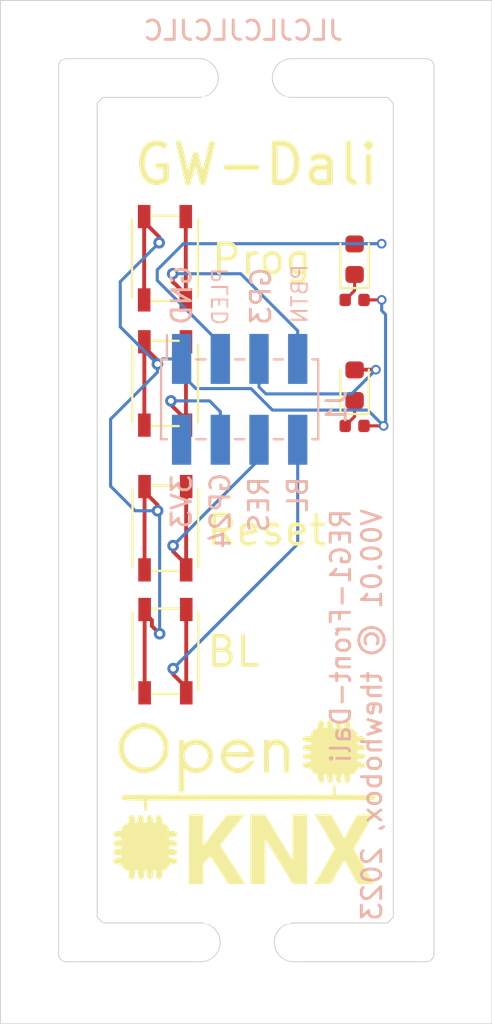
<source format=kicad_pcb>
(kicad_pcb (version 20221018) (generator pcbnew)
  (title_block (title "REG1-Front-Universal") (date "2022-10-21") (rev "V00.01"))
  (layers (0 "F.Cu" signal) (31 "B.Cu" signal) (34 "B.Paste" user) (35 "F.Paste" user) (36 "B.SilkS" user "B.Silkscreen") (37 "F.SilkS" user "F.Silkscreen") (38 "B.Mask" user) (39 "F.Mask" user) (44 "Edge.Cuts" user))
  (net 0 "")
  (net 1 "GND")
  (net 2 "+3V3")
  (net 3 "RUN")
  (net 4 "PROGLED")
  (net 5 "PROGBTN")
  (net 6 "GPIO24")
  (net 7 "GPIO03")
  (net 8 "BOOTSEL_F")
  (net 9 "Net-(D1-Pad1)")
  (net 10 "Net-(D2-Pad1)")
  (footprint "sirsydom:SW_Push_Xunpu_TS-1089S" (layer "F.Cu") (at 101.7 117.7 -90)
    (fp_text reference "SW1")
    (fp_text value "Prog")
    (fp_line (start -2.2 -0.7) (end -2.2 0.7) (stroke (width 0.12)) (layer "F.SilkS"))
    (fp_line (start -2 -1.7) (end 2 -1.7) (stroke (width 0.12)) (layer "F.SilkS"))
    (fp_line (start -2 1.7) (end 2 1.7) (stroke (width 0.12)) (layer "F.SilkS"))
    (fp_line (start 2.2 -0.7) (end 2.2 0.7) (stroke (width 0.12)) (layer "F.SilkS"))
    (pad "1" smd rect (at -2.15 -1.075 270) (size 1.2 0.65) (layers "F.Cu" "F.Paste" "F.Mask") (net 5 "PROGBTN"))
    (pad "1" smd rect (at 2.15 -1.075 270) (size 1.2 0.65) (layers "F.Cu" "F.Paste" "F.Mask") (net 5 "PROGBTN"))
    (pad "2" smd rect (at -2.15 1.075 270) (size 1.2 0.65) (layers "F.Cu" "F.Paste" "F.Mask") (net 1 "GND"))
    (pad "2" smd rect (at 2.15 1.075 270) (size 1.2 0.65) (layers "F.Cu" "F.Paste" "F.Mask") (net 1 "GND"))
  )
  (footprint "LED_SMD:LED_0603_1608Metric" (layer "F.Cu") (at 111.5 124.25 90)
    (fp_text reference "D2")
    (fp_text value "Func")
    (fp_line (start -1.485 -0.735) (end -1.485 0.735) (stroke (width 0.12)) (layer "F.SilkS"))
    (fp_line (start -1.485 0.735) (end 0.8 0.735) (stroke (width 0.12)) (layer "F.SilkS"))
    (fp_line (start 0.8 -0.735) (end -1.485 -0.735) (stroke (width 0.12)) (layer "F.SilkS"))
    (pad "1" smd roundrect (at -0.7875 0 90) (size 0.875 0.95) (layers "F.Cu" "F.Paste" "F.Mask") (net 10 "Net-(D2-Pad1)"))
    (pad "2" smd roundrect (at 0.7875 0 90) (size 0.875 0.95) (layers "F.Cu" "F.Paste" "F.Mask") (net 7 "GPIO03"))
  )
  (footprint "Resistor_SMD:R_0402_1005Metric" (layer "F.Cu") (at 111.5 119.85 180)
    (fp_text reference "R1")
    (fp_text value "R")
    (pad "1" smd roundrect (at -0.485 0 180) (size 0.59 0.64) (layers "F.Cu" "F.Paste" "F.Mask") (net 1 "GND"))
    (pad "2" smd roundrect (at 0.485 0 180) (size 0.59 0.64) (layers "F.Cu" "F.Paste" "F.Mask") (net 9 "Net-(D1-Pad1)"))
  )
  (footprint "Resistor_SMD:R_0402_1005Metric" (layer "F.Cu") (at 111.5 126.35 180)
    (fp_text reference "R2")
    (fp_text value "R")
    (pad "1" smd roundrect (at -0.485 0 180) (size 0.59 0.64) (layers "F.Cu" "F.Paste" "F.Mask") (net 1 "GND"))
    (pad "2" smd roundrect (at 0.485 0 180) (size 0.59 0.64) (layers "F.Cu" "F.Paste" "F.Mask") (net 10 "Net-(D2-Pad1)"))
  )
  (footprint "sirsydom:SW_Push_Xunpu_TS-1089S" (layer "F.Cu") (at 101.71 124.16 -90)
    (fp_text reference "SW2")
    (fp_text value "Func")
    (fp_line (start -2.2 -0.7) (end -2.2 0.7) (stroke (width 0.12)) (layer "F.SilkS"))
    (fp_line (start -2 -1.7) (end 2 -1.7) (stroke (width 0.12)) (layer "F.SilkS"))
    (fp_line (start -2 1.7) (end 2 1.7) (stroke (width 0.12)) (layer "F.SilkS"))
    (fp_line (start 2.2 -0.7) (end 2.2 0.7) (stroke (width 0.12)) (layer "F.SilkS"))
    (pad "1" smd rect (at -2.15 -1.075 270) (size 1.2 0.65) (layers "F.Cu" "F.Paste" "F.Mask") (net 6 "GPIO24"))
    (pad "1" smd rect (at 2.15 -1.075 270) (size 1.2 0.65) (layers "F.Cu" "F.Paste" "F.Mask") (net 6 "GPIO24"))
    (pad "2" smd rect (at -2.15 1.075 270) (size 1.2 0.65) (layers "F.Cu" "F.Paste" "F.Mask") (net 1 "GND"))
    (pad "2" smd rect (at 2.15 1.075 270) (size 1.2 0.65) (layers "F.Cu" "F.Paste" "F.Mask") (net 1 "GND"))
  )
  (footprint "sirsydom:SW_Push_Xunpu_TS-1089S" (layer "F.Cu") (at 101.72 131.63 -90)
    (fp_text reference "SW3")
    (fp_text value "Res")
    (fp_line (start -2.2 -0.7) (end -2.2 0.7) (stroke (width 0.12)) (layer "F.SilkS"))
    (fp_line (start -2 -1.7) (end 2 -1.7) (stroke (width 0.12)) (layer "F.SilkS"))
    (fp_line (start -2 1.7) (end 2 1.7) (stroke (width 0.12)) (layer "F.SilkS"))
    (fp_line (start 2.2 -0.7) (end 2.2 0.7) (stroke (width 0.12)) (layer "F.SilkS"))
    (pad "1" smd rect (at -2.15 -1.075 270) (size 1.2 0.65) (layers "F.Cu" "F.Paste" "F.Mask") (net 3 "RUN"))
    (pad "1" smd rect (at 2.15 -1.075 270) (size 1.2 0.65) (layers "F.Cu" "F.Paste" "F.Mask") (net 3 "RUN"))
    (pad "2" smd rect (at -2.15 1.075 270) (size 1.2 0.65) (layers "F.Cu" "F.Paste" "F.Mask") (net 1 "GND"))
    (pad "2" smd rect (at 2.15 1.075 270) (size 1.2 0.65) (layers "F.Cu" "F.Paste" "F.Mask") (net 1 "GND"))
  )
  (footprint "sirsydom:SW_Push_Xunpu_TS-1089S" (layer "F.Cu") (at 101.725 137.975 -90)
    (fp_text reference "SW4")
    (fp_text value "BL")
    (fp_line (start -2.2 -0.7) (end -2.2 0.7) (stroke (width 0.12)) (layer "F.SilkS"))
    (fp_line (start -2 -1.7) (end 2 -1.7) (stroke (width 0.12)) (layer "F.SilkS"))
    (fp_line (start -2 1.7) (end 2 1.7) (stroke (width 0.12)) (layer "F.SilkS"))
    (fp_line (start 2.2 -0.7) (end 2.2 0.7) (stroke (width 0.12)) (layer "F.SilkS"))
    (pad "1" smd rect (at -2.15 -1.075 270) (size 1.2 0.65) (layers "F.Cu" "F.Paste" "F.Mask") (net 8 "BOOTSEL_F"))
    (pad "1" smd rect (at 2.15 -1.075 270) (size 1.2 0.65) (layers "F.Cu" "F.Paste" "F.Mask") (net 8 "BOOTSEL_F"))
    (pad "2" smd rect (at -2.15 1.075 270) (size 1.2 0.65) (layers "F.Cu" "F.Paste" "F.Mask") (net 1 "GND"))
    (pad "2" smd rect (at 2.15 1.075 270) (size 1.2 0.65) (layers "F.Cu" "F.Paste" "F.Mask") (net 1 "GND"))
  )
  (footprint "LED_SMD:LED_0603_1608Metric" (layer "F.Cu") (at 111.5 117.75 90)
    (fp_text reference "D1")
    (fp_text value "Prog")
    (fp_line (start -1.485 -0.735) (end -1.485 0.735) (stroke (width 0.12)) (layer "F.SilkS"))
    (fp_line (start -1.485 0.735) (end 0.8 0.735) (stroke (width 0.12)) (layer "F.SilkS"))
    (fp_line (start 0.8 -0.735) (end -1.485 -0.735) (stroke (width 0.12)) (layer "F.SilkS"))
    (pad "1" smd roundrect (at -0.7875 0 90) (size 0.875 0.95) (layers "F.Cu" "F.Paste" "F.Mask") (net 9 "Net-(D1-Pad1)"))
    (pad "2" smd roundrect (at 0.7875 0 90) (size 0.875 0.95) (layers "F.Cu" "F.Paste" "F.Mask") (net 4 "PROGLED"))
  )
  (footprint "OpenKNX:OpenKNX_Logo_14x09" (layer "F.Cu") (at 105.8 146.4)
    (fp_text reference "G***" hide)
    (fp_text value "LOGO" hide)
    (fp_poly (pts (xy 1.77839 1.173301) (xy 2.492375 2.346603) (xy 2.500698 1.173301) (xy 2.509022 0) (xy 3.2385 0) (xy 3.2385 3.589765) (xy 2.866609 3.58082) (xy 2.494719 3.571875) (xy 1.095375 1.277711) (xy 1.087046 2.43273) (xy 1.078717 3.58775) (xy 0.3175 3.58775) (xy 0.3175 0) (xy 1.064405 0) (xy 1.77839 1.173301)) (stroke (width 0.01)) (fill solid) (layer "F.SilkS"))
    (fp_poly (pts (xy 1.735464 -3.86646) (xy 1.92589 -3.822647) (xy 2.0822 -3.725377) (xy 2.204987 -3.57424) (xy 2.234472 -3.520149) (xy 2.263618 -3.459306) (xy 2.285027 -3.403584) (xy 2.29989 -3.342042) (xy 2.3094 -3.26374) (xy 2.31475 -3.157737) (xy 2.317131 -3.013093) (xy 2.317736 -2.818865) (xy 2.31775 -2.756017) (xy 2.31775 -2.159) (xy 2.06375 -2.159) (xy 2.063572 -2.690813) (xy 2.061586 -2.929834) (xy 2.054733 -3.114695) (xy 2.041406 -3.254654) (xy 2.019996 -3.358965) (xy 1.988895 -3.436887) (xy 1.946496 -3.497675) (xy 1.918365 -3.526608) (xy 1.819605 -3.582632) (xy 1.692352 -3.607083) (xy 1.561563 -3.599274) (xy 1.452197 -3.558517) (xy 1.427701 -3.540125) (xy 1.374295 -3.485135) (xy 1.334252 -3.421997) (xy 1.305731 -3.341096) (xy 1.286894 -3.232812) (xy 1.2759 -3.087527) (xy 1.270909 -2.895623) (xy 1.27 -2.715645) (xy 1.27 -2.159) (xy 1.016 -2.159) (xy 1.016 -3.84175) (xy 1.143 -3.84175) (xy 1.229742 -3.834568) (xy 1.266504 -3.809795) (xy 1.27 -3.79148) (xy 1.28175 -3.754231) (xy 1.293812 -3.753466) (xy 1.44261 -3.822868) (xy 1.563401 -3.859579) (xy 1.678709 -3.869362) (xy 1.735464 -3.86646)) (stroke (width 0.01)) (fill solid) (layer "F.SilkS"))
    (fp_poly (pts (xy -2.111375 1.60184) (xy -1.985555 1.427982) (xy -1.894002 1.303512) (xy -1.782885 1.155661) (xy -1.658093 0.991942) (xy -1.525518 0.819866) (xy -1.391052 0.646948) (xy -1.260585 0.480699) (xy -1.140009 0.328632) (xy -1.035216 0.198259) (xy -0.952096 0.097094) (xy -0.89654 0.032648) (xy -0.875464 0.012378) (xy -0.831242 0.007704) (xy -0.736606 0.005036) (xy -0.604612 0.004526) (xy -0.448319 0.006331) (xy -0.41582 0.006971) (xy 0.006532 0.015875) (xy -0.603679 0.777875) (xy -0.755917 0.96862) (xy -0.895294 1.144475) (xy -1.016824 1.299054) (xy -1.115526 1.425973) (xy -1.186416 1.518846) (xy -1.224509 1.57129) (xy -1.229501 1.579651) (xy -1.216167 1.614386) (xy -1.171348 1.695761) (xy -1.098842 1.817618) (xy -1.00245 1.973803) (xy -0.88597 2.158159) (xy -0.753202 2.364532) (xy -0.607946 2.586766) (xy -0.606681 2.588686) (xy -0.461086 2.810121) (xy -0.327153 3.014577) (xy -0.208763 3.196072) (xy -0.109797 3.348623) (xy -0.034136 3.466247) (xy 0.014338 3.542961) (xy 0.031745 3.572782) (xy 0.03175 3.572848) (xy 0.001927 3.578291) (xy -0.079834 3.582843) (xy -0.201973 3.586103) (xy -0.352932 3.587669) (xy -0.397528 3.58775) (xy -0.826805 3.58775) (xy -1.046046 3.246437) (xy -1.152919 3.080087) (xy -1.277938 2.885537) (xy -1.404902 2.687997) (xy -1.50899 2.526083) (xy -1.752694 2.147041) (xy -2.124488 2.555875) (xy -2.125869 3.071812) (xy -2.12725 3.58775) (xy -2.8575 3.58775) (xy -2.8575 0) (xy -2.128341 0) (xy -2.111375 1.60184)) (stroke (width 0.01)) (fill solid) (layer "F.SilkS"))
    (fp_poly (pts (xy -2.198621 -3.829856) (xy -2.004309 -3.733122) (xy -1.836463 -3.588729) (xy -1.704548 -3.400379) (xy -1.674901 -3.339274) (xy -1.634775 -3.192296) (xy -1.622609 -3.014265) (xy -1.637582 -2.830731) (xy -1.678873 -2.667244) (xy -1.697942 -2.622442) (xy -1.822479 -2.433399) (xy -1.985456 -2.287936) (xy -2.176608 -2.188893) (xy -2.385668 -2.139109) (xy -2.60237 -2.141423) (xy -2.816448 -2.198673) (xy -2.960007 -2.273445) (xy -3.035168 -2.319542) (xy -3.085811 -2.346558) (xy -3.094945 -2.3495) (xy -3.1001 -2.319376) (xy -3.104601 -2.235505) (xy -3.108179 -2.107638) (xy -3.110567 -1.945526) (xy -3.111497 -1.758922) (xy -3.1115 -1.74625) (xy -3.1115 -1.143) (xy -3.3655 -1.143) (xy -3.3655 -2.965573) (xy -3.096878 -2.965573) (xy -3.057985 -2.790359) (xy -2.9685 -2.633717) (xy -2.834841 -2.506473) (xy -2.663424 -2.419455) (xy -2.642742 -2.412864) (xy -2.51931 -2.387218) (xy -2.400827 -2.393491) (xy -2.308945 -2.41491) (xy -2.14952 -2.489021) (xy -2.022645 -2.606194) (xy -1.932563 -2.753883) (xy -1.883518 -2.919543) (xy -1.879756 -3.090628) (xy -1.92552 -3.254592) (xy -1.989613 -3.358813) (xy -2.133421 -3.496303) (xy -2.295988 -3.580573) (xy -2.467108 -3.613593) (xy -2.636577 -3.597333) (xy -2.79419 -3.533763) (xy -2.929742 -3.424855) (xy -3.033028 -3.272578) (xy -3.078763 -3.148531) (xy -3.096878 -2.965573) (xy -3.3655 -2.965573) (xy -3.3655 -3.84175) (xy -3.2385 -3.84175) (xy -3.157067 -3.837989) (xy -3.120867 -3.817606) (xy -3.111701 -3.766954) (xy -3.1115 -3.7465) (xy -3.099465 -3.674008) (xy -3.06942 -3.651499) (xy -3.030457 -3.685702) (xy -3.030109 -3.686264) (xy -2.991008 -3.71822) (xy -2.913165 -3.763523) (xy -2.845672 -3.797078) (xy -2.62877 -3.865536) (xy -2.40993 -3.875228) (xy -2.198621 -3.829856)) (stroke (width 0.01)) (fill solid) (layer "F.SilkS"))
    (fp_poly (pts (xy -0.109061 -3.841617) (xy 0.080832 -3.763404) (xy 0.247788 -3.646503) (xy 0.382431 -3.496124) (xy 0.475384 -3.317482) (xy 0.517271 -3.115788) (xy 0.517991 -3.102279) (xy 0.523875 -2.968625) (xy -0.218163 -2.960093) (xy -0.9602 -2.951561) (xy -0.939707 -2.849097) (xy -0.893074 -2.73288) (xy -0.807326 -2.611172) (xy -0.700174 -2.506819) (xy -0.644752 -2.468666) (xy -0.551955 -2.429053) (xy -0.437339 -2.398667) (xy -0.405397 -2.393371) (xy -0.251921 -2.398222) (xy -0.093974 -2.445942) (xy 0.0473 -2.52699) (xy 0.150758 -2.631824) (xy 0.161933 -2.649391) (xy 0.211645 -2.72144) (xy 0.264888 -2.753938) (xy 0.349374 -2.762165) (xy 0.366609 -2.76225) (xy 0.504696 -2.76225) (xy 0.468727 -2.659063) (xy 0.407795 -2.549018) (xy 0.306144 -2.429302) (xy 0.181087 -2.316021) (xy 0.049935 -2.225286) (xy -0.045613 -2.180473) (xy -0.250912 -2.13594) (xy -0.4567 -2.136816) (xy -0.606988 -2.171084) (xy -0.830093 -2.279175) (xy -1.002613 -2.425034) (xy -1.123272 -2.606882) (xy -1.190797 -2.822942) (xy -1.205803 -3.007293) (xy -1.181449 -3.20675) (xy -0.922381 -3.20675) (xy -0.350066 -3.20675) (xy -0.167366 -3.208172) (xy -0.008788 -3.212123) (xy 0.115658 -3.218128) (xy 0.19596 -3.225716) (xy 0.22225 -3.233805) (xy 0.198138 -3.299458) (xy 0.135991 -3.38275) (xy 0.051089 -3.466831) (xy -0.041289 -3.534848) (xy -0.060557 -3.545698) (xy -0.236843 -3.605524) (xy -0.418206 -3.609055) (xy -0.591487 -3.560347) (xy -0.743526 -3.463457) (xy -0.861167 -3.322439) (xy -0.876958 -3.294063) (xy -0.922381 -3.20675) (xy -1.181449 -3.20675) (xy -1.176635 -3.246173) (xy -1.092155 -3.455055) (xy -0.954441 -3.630564) (xy -0.765572 -3.769324) (xy -0.722602 -3.79199) (xy -0.520154 -3.861122) (xy -0.312515 -3.875927) (xy -0.109061 -3.841617)) (stroke (width 0.01)) (fill solid) (layer "F.SilkS"))
    (fp_poly (pts (xy -5.021791 -4.714776) (xy -4.786603 -4.663415) (xy -4.563189 -4.56677) (xy -4.358602 -4.42374) (xy -4.179896 -4.233225) (xy -4.040897 -4.008011) (xy -3.987217 -3.896278) (xy -3.952566 -3.809027) (xy -3.932788 -3.726159) (xy -3.923726 -3.627578) (xy -3.921222 -3.493186) (xy -3.921125 -3.429001) (xy -3.922234 -3.275865) (xy -3.928332 -3.166126) (xy -3.943576 -3.079688) (xy -3.972124 -2.996453) (xy -4.018133 -2.896323) (xy -4.040897 -2.84999) (xy -4.192459 -2.611231) (xy -4.385575 -2.415999) (xy -4.61233 -2.268011) (xy -4.864807 -2.170984) (xy -5.135088 -2.128636) (xy -5.415259 -2.144684) (xy -5.504887 -2.162566) (xy -5.752827 -2.251708) (xy -5.975019 -2.39167) (xy -6.165535 -2.573553) (xy -6.318445 -2.788455) (xy -6.427821 -3.027476) (xy -6.487733 -3.281717) (xy -6.49159 -3.504081) (xy -6.222168 -3.504081) (xy -6.212267 -3.270536) (xy -6.158442 -3.068334) (xy -6.048445 -2.858463) (xy -5.891986 -2.678273) (xy -5.700626 -2.537101) (xy -5.485929 -2.444286) (xy -5.350193 -2.415625) (xy -5.177594 -2.408785) (xy -4.995695 -2.426422) (xy -4.83164 -2.464835) (xy -4.751078 -2.497316) (xy -4.54698 -2.633158) (xy -4.381843 -2.808519) (xy -4.260404 -3.0131) (xy -4.187401 -3.236602) (xy -4.167573 -3.468724) (xy -4.202731 -3.689316) (xy -4.29505 -3.910447) (xy -4.431318 -4.106374) (xy -4.601212 -4.26631) (xy -4.794405 -4.37947) (xy -4.897827 -4.415493) (xy -5.145083 -4.453104) (xy -5.380723 -4.434882) (xy -5.598881 -4.367097) (xy -5.793693 -4.256015) (xy -5.959293 -4.107904) (xy -6.089816 -3.929033) (xy -6.179396 -3.725669) (xy -6.222168 -3.504081) (xy -6.49159 -3.504081) (xy -6.492253 -3.542276) (xy -6.4807 -3.627438) (xy -6.405256 -3.898746) (xy -6.285156 -4.133572) (xy -6.127454 -4.330815) (xy -5.939204 -4.489374) (xy -5.727458 -4.60815) (xy -5.499272 -4.686043) (xy -5.261698 -4.721951) (xy -5.021791 -4.714776)) (stroke (width 0.01)) (fill solid) (layer "F.SilkS"))
    (fp_poly (pts (xy 4.683709 -1.502078) (xy 4.703764 -1.475341) (xy 4.715352 -1.415021) (xy 4.722286 -1.308226) (xy 4.724148 -1.262063) (xy 4.733421 -1.016) (xy 5.709985 -1.016) (xy 6.00975 -1.015255) (xy 6.250526 -1.012906) (xy 6.43681 -1.008785) (xy 6.573097 -1.002723) (xy 6.663883 -0.994551) (xy 6.713664 -0.9841) (xy 6.724649 -0.977901) (xy 6.758697 -0.905368) (xy 6.753628 -0.819315) (xy 6.724649 -0.76835) (xy 6.7059 -0.763456) (xy 6.658424 -0.758962) (xy 6.580086 -0.754856) (xy 6.468747 -0.751122) (xy 6.322272 -0.747748) (xy 6.138521 -0.74472) (xy 5.91536 -0.742023) (xy 5.650649 -0.739644) (xy 5.342252 -0.737569) (xy 4.988031 -0.735785) (xy 4.58585 -0.734276) (xy 4.133571 -0.733031) (xy 3.629057 -0.732034) (xy 3.070171 -0.731272) (xy 2.454775 -0.730731) (xy 1.780733 -0.730397) (xy 1.045906 -0.730257) (xy 0.836261 -0.73025) (xy -5.014028 -0.73025) (xy -5.023202 -0.452438) (xy -5.028755 -0.318741) (xy -5.036977 -0.235758) (xy -5.051391 -0.190708) (xy -5.075522 -0.170811) (xy -5.102547 -0.164646) (xy -5.136167 -0.163356) (xy -5.15747 -0.179024) (xy -5.169938 -0.22349) (xy -5.177056 -0.308595) (xy -5.181922 -0.434521) (xy -5.191125 -0.714375) (xy -5.728578 -0.723106) (xy -5.939877 -0.72859) (xy -6.109864 -0.737241) (xy -6.231855 -0.748557) (xy -6.299166 -0.762036) (xy -6.308016 -0.766681) (xy -6.344161 -0.832112) (xy -6.3439 -0.915613) (xy -6.311901 -0.9779) (xy -6.292888 -0.982979) (xy -6.244972 -0.987625) (xy -6.165937 -0.991855) (xy -6.053564 -0.995683) (xy -5.905638 -0.999126) (xy -5.71994 -1.002199) (xy -5.494256 -1.004917) (xy -5.226367 -1.007295) (xy -4.914057 -1.00935) (xy -4.55511 -1.011096) (xy -4.147308 -1.012549) (xy -3.688434 -1.013726) (xy -3.176271 -1.01464) (xy -2.608604 -1.015307) (xy -1.983215 -1.015744) (xy -1.297887 -1.015965) (xy -0.852236 -1.016) (xy 4.569328 -1.016) (xy 4.578601 -1.262063) (xy 4.584851 -1.386478) (xy 4.594532 -1.460286) (xy 4.611459 -1.496381) (xy 4.639444 -1.507654) (xy 4.651375 -1.508125) (xy 4.683709 -1.502078)) (stroke (width 0.01)) (fill solid) (layer "F.SilkS"))
    (fp_poly (pts (xy 4.06892 0.000107) (xy 4.492625 0.000214) (xy 4.829873 0.620964) (xy 5.167122 1.241713) (xy 5.49888 0.628794) (xy 5.830639 0.015875) (xy 6.249069 0.007015) (xy 6.403708 0.005141) (xy 6.532543 0.006245) (xy 6.623872 0.010026) (xy 6.665997 0.016182) (xy 6.6675 0.017817) (xy 6.651994 0.049007) (xy 6.608042 0.12818) (xy 6.539489 0.248645) (xy 6.450179 0.403709) (xy 6.343959 0.586681) (xy 6.224674 0.790869) (xy 6.157294 0.905704) (xy 6.013329 1.151621) (xy 5.899301 1.348951) (xy 5.812278 1.503437) (xy 5.749323 1.620821) (xy 5.707504 1.706846) (xy 5.683886 1.767253) (xy 5.675535 1.807787) (xy 5.679516 1.834189) (xy 5.681149 1.837575) (xy 5.705481 1.880188) (xy 5.757911 1.970086) (xy 5.834132 2.099948) (xy 5.929835 2.262451) (xy 6.040711 2.450272) (xy 6.162453 2.656089) (xy 6.20723 2.731694) (xy 6.329848 2.939063) (xy 6.44131 3.128345) (xy 6.537672 3.292778) (xy 6.61499 3.425602) (xy 6.66932 3.520058) (xy 6.696716 3.569384) (xy 6.69925 3.574959) (xy 6.669445 3.579671) (xy 6.587808 3.583601) (xy 6.466007 3.586395) (xy 6.315708 3.587698) (xy 6.277817 3.58775) (xy 5.856384 3.58775) (xy 5.539629 3.011557) (xy 5.442626 2.835769) (xy 5.35451 2.677341) (xy 5.28037 2.54532) (xy 5.225294 2.448755) (xy 5.194369 2.396692) (xy 5.191111 2.391831) (xy 5.172294 2.391101) (xy 5.138566 2.42564) (xy 5.087045 2.499879) (xy 5.014852 2.618249) (xy 4.919105 2.785182) (xy 4.82173 2.960086) (xy 4.484111 3.571875) (xy 4.047549 3.580736) (xy 3.610986 3.589597) (xy 3.657716 3.517236) (xy 3.712456 3.429808) (xy 3.788057 3.305288) (xy 3.879851 3.15171) (xy 3.983171 2.977107) (xy 4.093348 2.789512) (xy 4.205716 2.596959) (xy 4.315606 2.407482) (xy 4.418351 2.229113) (xy 4.509283 2.069886) (xy 4.583734 1.937835) (xy 4.637038 1.840992) (xy 4.664525 1.787392) (xy 4.66725 1.77975) (xy 4.651721 1.74321) (xy 4.607972 1.65972) (xy 4.540261 1.536896) (xy 4.452842 1.382356) (xy 4.349973 1.203715) (xy 4.24366 1.021759) (xy 4.124752 0.819524) (xy 4.011822 0.627301) (xy 3.91031 0.454363) (xy 3.825661 0.309987) (xy 3.763315 0.203449) (xy 3.732643 0.150812) (xy 3.645216 0) (xy 4.06892 0.000107)) (stroke (width 0.01)) (fill solid) (layer "F.SilkS"))
    (fp_poly (pts (xy 4.949752 -4.839949) (xy 4.995248 -4.781142) (xy 5.014848 -4.673224) (xy 5.0165 -4.613275) (xy 5.018746 -4.515553) (xy 5.030457 -4.465489) (xy 5.059091 -4.447273) (xy 5.095875 -4.445) (xy 5.144594 -4.450809) (xy 5.167848 -4.479507) (xy 5.174895 -4.548001) (xy 5.17525 -4.589963) (xy 5.188857 -4.732882) (xy 5.228735 -4.823067) (xy 5.293464 -4.85749) (xy 5.30077 -4.85775) (xy 5.385594 -4.849282) (xy 5.434337 -4.81526) (xy 5.456339 -4.742763) (xy 5.461 -4.636072) (xy 5.462661 -4.532802) (xy 5.473306 -4.476036) (xy 5.501424 -4.448781) (xy 5.555508 -4.434043) (xy 5.562661 -4.432606) (xy 5.694143 -4.37638) (xy 5.787895 -4.273947) (xy 5.830782 -4.153152) (xy 5.850115 -4.03225) (xy 6.014332 -4.03225) (xy 6.143447 -4.021449) (xy 6.220201 -3.985918) (xy 6.25249 -3.920964) (xy 6.25475 -3.889375) (xy 6.236948 -3.813248) (xy 6.178141 -3.767752) (xy 6.070223 -3.748152) (xy 6.010275 -3.7465) (xy 5.912552 -3.744254) (xy 5.862488 -3.732543) (xy 5.844272 -3.703909) (xy 5.842 -3.667125) (xy 5.847808 -3.618406) (xy 5.876506 -3.595152) (xy 5.945 -3.588105) (xy 5.986962 -3.58775) (xy 6.131581 -3.574) (xy 6.220224 -3.53228) (xy 6.254263 -3.461883) (xy 6.25475 -3.450108) (xy 6.238035 -3.371684) (xy 6.182084 -3.324785) (xy 6.07819 -3.304137) (xy 6.010275 -3.302) (xy 5.912552 -3.299754) (xy 5.862488 -3.288043) (xy 5.844272 -3.259409) (xy 5.842 -3.222625) (xy 5.846762 -3.17653) (xy 5.87159 -3.152915) (xy 5.932294 -3.144322) (xy 6.010275 -3.14325) (xy 6.140537 -3.132847) (xy 6.218386 -3.098479) (xy 6.251924 -3.035411) (xy 6.25475 -3.000376) (xy 6.236948 -2.924248) (xy 6.178141 -2.878752) (xy 6.070223 -2.859152) (xy 6.010275 -2.8575) (xy 5.912427 -2.855108) (xy 5.862291 -2.843225) (xy 5.844125 -2.814795) (xy 5.842 -2.782057) (xy 5.848007 -2.738453) (xy 5.87618 -2.713504) (xy 5.941748 -2.699476) (xy 6.019547 -2.69189) (xy 6.143859 -2.672924) (xy 6.216683 -2.635944) (xy 6.249296 -2.572563) (xy 6.254263 -2.517305) (xy 6.227032 -2.443314) (xy 6.143836 -2.398072) (xy 6.004251 -2.381362) (xy 5.989101 -2.38125) (xy 5.897041 -2.376142) (xy 5.848688 -2.355211) (xy 5.824687 -2.310052) (xy 5.824615 -2.309813) (xy 5.759138 -2.192776) (xy 5.653262 -2.107371) (xy 5.567047 -2.076578) (xy 5.507159 -2.062604) (xy 5.475544 -2.038201) (xy 5.463169 -1.986289) (xy 5.461003 -1.889789) (xy 5.461 -1.876067) (xy 5.450985 -1.740105) (xy 5.418555 -1.657772) (xy 5.360132 -1.622058) (xy 5.329917 -1.61925) (xy 5.247097 -1.646828) (xy 5.19565 -1.729577) (xy 5.175561 -1.867523) (xy 5.17525 -1.891393) (xy 5.173125 -1.990592) (xy 5.161952 -2.041951) (xy 5.13453 -2.061107) (xy 5.095875 -2.06375) (xy 5.051315 -2.059529) (xy 5.027588 -2.036761) (xy 5.01816 -1.980293) (xy 5.0165 -1.8796) (xy 5.00679 -1.742705) (xy 4.975244 -1.659441) (xy 4.918236 -1.622608) (xy 4.885417 -1.61925) (xy 4.802597 -1.646828) (xy 4.75115 -1.729577) (xy 4.731061 -1.867523) (xy 4.73075 -1.891393) (xy 4.728625 -1.990592) (xy 4.717452 -2.041951) (xy 4.69003 -2.061107) (xy 4.651375 -2.06375) (xy 4.607443 -2.059736) (xy 4.583691 -2.03777) (xy 4.573937 -1.982967) (xy 4.572002 -1.880441) (xy 4.572 -1.87257) (xy 4.56947 -1.764385) (xy 4.557557 -1.70153) (xy 4.529778 -1.665902) (xy 4.490159 -1.6441) (xy 4.404807 -1.621298) (xy 4.346075 -1.646886) (xy 4.310114 -1.725244) (xy 4.293073 -1.860747) (xy 4.292672 -1.868614) (xy 4.285631 -1.975917) (xy 4.273364 -2.034417) (xy 4.249298 -2.0588) (xy 4.206865 -2.063749) (xy 4.205359 -2.06375) (xy 4.160267 -2.058832) (xy 4.137078 -2.033592) (xy 4.128577 -1.972306) (xy 4.1275 -1.894046) (xy 4.119296 -1.773318) (xy 4.091813 -1.697804) (xy 4.069437 -1.671796) (xy 3.985378 -1.624093) (xy 3.909166 -1.639251) (xy 3.859425 -1.689815) (xy 3.82851 -1.765945) (xy 3.811328 -1.871032) (xy 3.81 -1.907039) (xy 3.806857 -1.997512) (xy 3.787771 -2.046051) (xy 3.738249 -2.074207) (xy 3.686504 -2.090699) (xy 3.578418 -2.145168) (xy 3.497949 -2.227133) (xy 3.461428 -2.319104) (xy 3.46075 -2.332508) (xy 3.444814 -2.36296) (xy 3.388735 -2.377901) (xy 3.302 -2.38125) (xy 3.178309 -2.397445) (xy 3.080967 -2.440626) (xy 3.02456 -2.502688) (xy 3.01625 -2.54) (xy 3.045425 -2.608939) (xy 3.123444 -2.662941) (xy 3.236044 -2.694144) (xy 3.304208 -2.69875) (xy 3.398814 -2.701181) (xy 3.444909 -2.713189) (xy 3.457433 -2.741853) (xy 3.45502 -2.770188) (xy 3.441986 -2.811293) (xy 3.407162 -2.834473) (xy 3.334689 -2.8464) (xy 3.262585 -2.851139) (xy 3.15028 -2.861929) (xy 3.084359 -2.8834) (xy 3.047896 -2.921301) (xy 3.046016 -2.924706) (xy 3.029651 -2.990474) (xy 3.06044 -3.063067) (xy 3.06235 -3.066005) (xy 3.101391 -3.111614) (xy 3.154774 -3.13487) (xy 3.243117 -3.142796) (xy 3.289065 -3.14325) (xy 3.389261 -3.145263) (xy 3.44043 -3.155444) (xy 3.457015 -3.180013) (xy 3.45502 -3.214688) (xy 3.441986 -3.255793) (xy 3.407162 -3.278973) (xy 3.334689 -3.2909) (xy 3.262585 -3.295639) (xy 3.15028 -3.306429) (xy 3.084359 -3.3279) (xy 3.047896 -3.365801) (xy 3.046016 -3.369206) (xy 3.029651 -3.434974) (xy 3.06044 -3.507567) (xy 3.06235 -3.510505) (xy 3.101765 -3.556387) (xy 3.15579 -3.579623) (xy 3.245237 -3.587371) (xy 3.286856 -3.58775) (xy 3.386606 -3.589831) (xy 3.43845 -3.600811) (xy 3.45796 -3.627798) (xy 3.46075 -3.667125) (xy 3.455894 -3.713403) (xy 3.430743 -3.737077) (xy 3.369418 -3.745754) (xy 3.294062 -3.746987) (xy 3.151869 -3.759233) (xy 3.065925 -3.796792) (xy 3.033132 -3.86239) (xy 3.050389 -3.958756) (xy 3.051148 -3.960813) (xy 3.073366 -4.000963) (xy 3.113193 -4.022525) (xy 3.187591 -4.031056) (xy 3.269226 -4.03225) (xy 3.46075 -4.03225) (xy 3.46075 -4.138739) (xy 3.489786 -4.255174) (xy 3.566194 -4.355982) (xy 3.673918 -4.42245) (xy 3.713792 -4.433696) (xy 3.771805 -4.450005) (xy 3.800093 -4.48099) (xy 3.809263 -4.545585) (xy 3.81 -4.605451) (xy 3.827016 -4.740822) (xy 3.878885 -4.824091) (xy 3.96684 -4.857029) (xy 3.985775 -4.85775) (xy 4.061567 -4.832691) (xy 4.108146 -4.755702) (xy 4.126946 -4.624073) (xy 4.1275 -4.589963) (xy 4.131531 -4.499883) (xy 4.148323 -4.456957) (xy 4.184922 -4.4451) (xy 4.191 -4.445) (xy 4.229301 -4.453485) (xy 4.248272 -4.489395) (xy 4.254275 -4.568413) (xy 4.2545 -4.601483) (xy 4.270827 -4.738005) (xy 4.320948 -4.82222) (xy 4.406571 -4.85662) (xy 4.430275 -4.85775) (xy 4.506067 -4.832691) (xy 4.552646 -4.755702) (xy 4.571446 -4.624073) (xy 4.572 -4.589963) (xy 4.57518 -4.500986) (xy 4.590894 -4.458517) (xy 4.628398 -4.445648) (xy 4.651375 -4.445) (xy 4.69747 -4.449763) (xy 4.721085 -4.474591) (xy 4.729678 -4.535295) (xy 4.73075 -4.613275) (xy 4.741153 -4.743538) (xy 4.775521 -4.821387) (xy 4.838589 -4.854925) (xy 4.873625 -4.857751) (xy 4.949752 -4.839949)) (stroke (width 0.01)) (fill solid) (layer "F.SilkS"))
    (fp_poly (pts (xy -4.344835 0.040245) (xy -4.300686 0.073895) (xy -4.273887 0.144944) (xy -4.256763 0.265638) (xy -4.254835 0.28575) (xy -4.24286 0.386413) (xy -4.224926 0.440089) (xy -4.191914 0.463211) (xy -4.152453 0.470311) (xy -4.061373 0.508393) (xy -3.978171 0.587927) (xy -3.920711 0.687659) (xy -3.90525 0.764436) (xy -3.901967 0.818062) (xy -3.881552 0.845629) (xy -3.828159 0.855802) (xy -3.735546 0.85725) (xy -3.592178 0.874173) (xy -3.501564 0.92545) (xy -3.462574 1.011835) (xy -3.46075 1.041195) (xy -3.486666 1.111636) (xy -3.565999 1.155524) (xy -3.701128 1.173978) (xy -3.744413 1.17475) (xy -3.839406 1.177246) (xy -3.887084 1.190046) (xy -3.90359 1.221116) (xy -3.90525 1.254125) (xy -3.900638 1.299808) (xy -3.876376 1.32346) (xy -3.816832 1.332282) (xy -3.732893 1.3335) (xy -3.588353 1.34874) (xy -3.498399 1.394949) (xy -3.461783 1.472855) (xy -3.46075 1.49225) (xy -3.486878 1.576565) (xy -3.566092 1.629038) (xy -3.699645 1.650397) (xy -3.732893 1.651) (xy -3.833009 1.653829) (xy -3.884864 1.666033) (xy -3.903587 1.693185) (xy -3.90525 1.7145) (xy -3.895222 1.755128) (xy -3.854205 1.773863) (xy -3.770313 1.778468) (xy -3.627615 1.795229) (xy -3.524635 1.841262) (xy -3.470754 1.911848) (xy -3.466251 1.931354) (xy -3.471261 2.013212) (xy -3.518948 2.064839) (xy -3.615979 2.090571) (xy -3.718638 2.0955) (xy -3.822872 2.097263) (xy -3.87868 2.106825) (xy -3.90112 2.13059) (xy -3.90525 2.174875) (xy -3.900638 2.220558) (xy -3.876376 2.24421) (xy -3.816832 2.253032) (xy -3.732893 2.25425) (xy -3.588353 2.26949) (xy -3.498399 2.315699) (xy -3.461783 2.393605) (xy -3.46075 2.413) (xy -3.486878 2.497315) (xy -3.566092 2.549788) (xy -3.699645 2.571147) (xy -3.732893 2.57175) (xy -3.832768 2.574443) (xy -3.884501 2.586416) (xy -3.90336 2.61351) (xy -3.90525 2.637692) (xy -3.931495 2.713746) (xy -3.996734 2.793641) (xy -4.080729 2.858337) (xy -4.16324 2.888797) (xy -4.172683 2.88925) (xy -4.218075 2.893008) (xy -4.242541 2.914254) (xy -4.252533 2.967947) (xy -4.254497 3.069043) (xy -4.2545 3.079018) (xy -4.257712 3.189086) (xy -4.271647 3.255452) (xy -4.302759 3.29777) (xy -4.333875 3.320794) (xy -4.396017 3.354388) (xy -4.444877 3.348954) (xy -4.492625 3.320794) (xy -4.537784 3.283528) (xy -4.561724 3.234525) (xy -4.570898 3.154132) (xy -4.572 3.079018) (xy -4.573696 2.973692) (xy -4.58295 2.916915) (xy -4.606009 2.893748) (xy -4.649121 2.889252) (xy -4.651375 2.88925) (xy -4.69399 2.892852) (xy -4.717756 2.913208) (xy -4.728162 2.964642) (xy -4.730702 3.061476) (xy -4.73075 3.096305) (xy -4.733034 3.209989) (xy -4.743399 3.277113) (xy -4.767113 3.314558) (xy -4.806109 3.337697) (xy -4.892737 3.355107) (xy -4.948984 3.335899) (xy -4.986343 3.307228) (xy -5.006863 3.26062) (xy -5.015278 3.179157) (xy -5.0165 3.094507) (xy -5.01791 2.98394) (xy -5.025848 2.922482) (xy -5.045876 2.895748) (xy -5.083556 2.889355) (xy -5.095875 2.88925) (xy -5.141335 2.893782) (xy -5.165006 2.917741) (xy -5.17395 2.976663) (xy -5.17525 3.063875) (xy -5.182567 3.184114) (xy -5.208108 3.262359) (xy -5.23875 3.302) (xy -5.322961 3.359996) (xy -5.394903 3.358948) (xy -5.450074 3.302836) (xy -5.483972 3.195639) (xy -5.49275 3.077482) (xy -5.494479 2.972686) (xy -5.503881 2.91638) (xy -5.527279 2.893567) (xy -5.570998 2.88925) (xy -5.572125 2.88925) (xy -5.617585 2.893782) (xy -5.641256 2.917741) (xy -5.6502 2.976663) (xy -5.6515 3.063875) (xy -5.666908 3.199058) (xy -5.708249 3.297941) (xy -5.768196 3.353789) (xy -5.839427 3.35987) (xy -5.914614 3.30945) (xy -5.916455 3.307437) (xy -5.953937 3.229186) (xy -5.968654 3.099007) (xy -5.969 3.069312) (xy -5.971679 2.966324) (xy -5.983104 2.911961) (xy -6.008363 2.891452) (xy -6.031007 2.88925) (xy -6.156585 2.859418) (xy -6.258932 2.775686) (xy -6.308425 2.693681) (xy -6.343851 2.621782) (xy -6.381827 2.585737) (xy -6.444247 2.573184) (xy -6.524386 2.57175) (xy -6.6502 2.561726) (xy -6.724908 2.527136) (xy -6.758363 2.461203) (xy -6.76275 2.407767) (xy -6.742133 2.327712) (xy -6.676352 2.278318) (xy -6.55952 2.256211) (xy -6.494963 2.25425) (xy -6.405986 2.251069) (xy -6.363517 2.235355) (xy -6.350648 2.197851) (xy -6.35 2.174875) (xy -6.355262 2.127477) (xy -6.381952 2.104014) (xy -6.446433 2.09617) (xy -6.506154 2.0955) (xy -6.634506 2.090916) (xy -6.711898 2.072517) (xy -6.750499 2.033326) (xy -6.762478 1.96637) (xy -6.76275 1.948442) (xy -6.744464 1.863144) (xy -6.684879 1.809288) (xy -6.576909 1.782677) (xy -6.474934 1.778) (xy -6.392674 1.772485) (xy -6.356689 1.750284) (xy -6.35 1.7145) (xy -6.357871 1.677268) (xy -6.39166 1.658189) (xy -6.466635 1.651501) (xy -6.518275 1.651) (xy -6.646407 1.641336) (xy -6.723069 1.608171) (xy -6.757907 1.54524) (xy -6.76275 1.49225) (xy -6.747869 1.409047) (xy -6.696795 1.359267) (xy -6.599881 1.336645) (xy -6.518275 1.3335) (xy -6.420553 1.331253) (xy -6.370489 1.319542) (xy -6.352273 1.290908) (xy -6.35 1.254125) (xy -6.354763 1.208029) (xy -6.379591 1.184414) (xy -6.440295 1.175821) (xy -6.518275 1.17475) (xy -6.645883 1.165275) (xy -6.722232 1.132379) (xy -6.757323 1.069352) (xy -6.76275 1.010767) (xy -6.742133 0.930712) (xy -6.676352 0.881318) (xy -6.55952 0.859211) (xy -6.494963 0.85725) (xy -6.405596 0.853701) (xy -6.362926 0.83759) (xy -6.350301 0.800715) (xy -6.349882 0.785812) (xy -6.320515 0.665778) (xy -6.242919 0.56043) (xy -6.132247 0.488329) (xy -6.097449 0.476639) (xy -5.969 0.442052) (xy -5.969 0.275001) (xy -5.95942 0.14775) (xy -5.926194 0.071729) (xy -5.862599 0.036962) (xy -5.805018 0.03175) (xy -5.724963 0.052367) (xy -5.675569 0.118148) (xy -5.653462 0.23498) (xy -5.6515 0.299537) (xy -5.647148 0.390214) (xy -5.629817 0.433332) (xy -5.593097 0.444495) (xy -5.591932 0.4445) (xy -5.55633 0.433913) (xy -5.534746 0.392718) (xy -5.521258 0.306762) (xy -5.51764 0.266952) (xy -5.498429 0.142123) (xy -5.461119 0.069008) (xy -5.397802 0.036644) (xy -5.348288 0.032236) (xy -5.272931 0.049917) (xy -5.227838 0.109501) (xy -5.208518 0.218742) (xy -5.207 0.276225) (xy -5.204754 0.373947) (xy -5.193043 0.424011) (xy -5.164409 0.442227) (xy -5.127625 0.4445) (xy -5.078906 0.438691) (xy -5.055652 0.409993) (xy -5.048605 0.341499) (xy -5.04825 0.299537) (xy -5.036431 0.159893) (xy -4.99872 0.073734) (xy -4.931743 0.035171) (xy -4.894733 0.03175) (xy -4.80914 0.045875) (xy -4.757929 0.094918) (xy -4.734391 0.188882) (xy -4.73075 0.276225) (xy -4.728504 0.373947) (xy -4.716793 0.424011) (xy -4.688159 0.442227) (xy -4.651375 0.4445) (xy -4.602656 0.438691) (xy -4.579402 0.409993) (xy -4.572355 0.341499) (xy -4.572001 0.299537) (xy -4.560614 0.160923) (xy -4.523812 0.075354) (xy -4.457627 0.036108) (xy -4.414007 0.03175) (xy -4.344835 0.040245)) (stroke (width 0.01)) (fill solid) (layer "F.SilkS"))
  )
  (footprint "sirsydom:mouse-bite-5.00mm-frame" (layer "F.Cu") (at 105.35 109.55)
    (fp_text reference "mouse-bite" hide)
    (fp_text value "VAL**" hide)
    (pad "" np_thru_hole circle locked (at -1.6 0) (size 0.4 0.4) (drill 0.4) (layers "*.Cu" "*.Mask"))
    (pad "" np_thru_hole circle locked (at -1 0) (size 0.4 0.4) (drill 0.4) (layers "*.Cu" "*.Mask"))
    (pad "" np_thru_hole circle locked (at -0.4 0) (size 0.4 0.4) (drill 0.4) (layers "*.Cu" "*.Mask"))
    (pad "" np_thru_hole circle locked (at 0.2 0) (size 0.4 0.4) (drill 0.4) (layers "*.Cu" "*.Mask"))
    (pad "" np_thru_hole circle locked (at 0.8 0) (size 0.4 0.4) (drill 0.4) (layers "*.Cu" "*.Mask"))
    (pad "" np_thru_hole circle locked (at 1.4 0) (size 0.4 0.4) (drill 0.4) (layers "*.Cu" "*.Mask"))
    (pad "" np_thru_hole circle locked (at 2 0) (size 0.4 0.4) (drill 0.4) (layers "*.Cu" "*.Mask"))
    (pad "" np_thru_hole circle locked (at 2.6 0) (size 0.4 0.4) (drill 0.4) (layers "*.Cu" "*.Mask"))
  )
  (footprint "sirsydom:mouse-bite-5.00mm-frame" (layer "F.Cu") (at 106.45 151.85 180)
    (fp_text reference "mouse-bite" hide)
    (fp_text value "VAL**" hide)
    (pad "" np_thru_hole circle locked (at -1.6 0 180) (size 0.4 0.4) (drill 0.4) (layers "*.Cu" "*.Mask"))
    (pad "" np_thru_hole circle locked (at -1 0 180) (size 0.4 0.4) (drill 0.4) (layers "*.Cu" "*.Mask"))
    (pad "" np_thru_hole circle locked (at -0.4 0 180) (size 0.4 0.4) (drill 0.4) (layers "*.Cu" "*.Mask"))
    (pad "" np_thru_hole circle locked (at 0.2 0 180) (size 0.4 0.4) (drill 0.4) (layers "*.Cu" "*.Mask"))
    (pad "" np_thru_hole circle locked (at 0.8 0 180) (size 0.4 0.4) (drill 0.4) (layers "*.Cu" "*.Mask"))
    (pad "" np_thru_hole circle locked (at 1.4 0 180) (size 0.4 0.4) (drill 0.4) (layers "*.Cu" "*.Mask"))
    (pad "" np_thru_hole circle locked (at 2 0 180) (size 0.4 0.4) (drill 0.4) (layers "*.Cu" "*.Mask"))
    (pad "" np_thru_hole circle locked (at 2.6 0 180) (size 0.4 0.4) (drill 0.4) (layers "*.Cu" "*.Mask"))
  )
  (footprint "Connector_PinHeader_2.00mm:PinHeader_2x04_P2.00mm_Vertical_SMD" (layer "B.Cu") (at 105.56 124.98 -90)
    (fp_text reference "J1" (at 0.4 -5 90) (layer "B.SilkS") (effects (justify mirror)))
    (fp_text value "Conn_02x04_Odd_Even")
    (fp_line (start -3.315 3.76) (end -2.06 3.76) (stroke (width 0.12)) (layer "B.SilkS"))
    (fp_line (start -2.06 -4.06) (end 2.06 -4.06) (stroke (width 0.12)) (layer "B.SilkS"))
    (fp_line (start -2.06 -3.76) (end -2.06 -4.06) (stroke (width 0.12)) (layer "B.SilkS"))
    (fp_line (start -2.06 -1.76) (end -2.06 -2.24) (stroke (width 0.12)) (layer "B.SilkS"))
    (fp_line (start -2.06 0.24) (end -2.06 -0.24) (stroke (width 0.12)) (layer "B.SilkS"))
    (fp_line (start -2.06 2.24) (end -2.06 1.76) (stroke (width 0.12)) (layer "B.SilkS"))
    (fp_line (start -2.06 4.06) (end -2.06 3.76) (stroke (width 0.12)) (layer "B.SilkS"))
    (fp_line (start -2.06 4.06) (end 2.06 4.06) (stroke (width 0.12)) (layer "B.SilkS"))
    (fp_line (start 2.06 -3.76) (end 2.06 -4.06) (stroke (width 0.12)) (layer "B.SilkS"))
    (fp_line (start 2.06 -1.76) (end 2.06 -2.24) (stroke (width 0.12)) (layer "B.SilkS"))
    (fp_line (start 2.06 0.24) (end 2.06 -0.24) (stroke (width 0.12)) (layer "B.SilkS"))
    (fp_line (start 2.06 2.24) (end 2.06 1.76) (stroke (width 0.12)) (layer "B.SilkS"))
    (fp_line (start 2.06 4.06) (end 2.06 3.76) (stroke (width 0.12)) (layer "B.SilkS"))
    (pad "1" smd rect (at -2.085 3 270) (size 2.58 1) (layers "B.Cu" "B.Paste" "B.Mask") (net 1 "GND"))
    (pad "2" smd rect (at 2.085 3 270) (size 2.58 1) (layers "B.Cu" "B.Paste" "B.Mask") (net 2 "+3V3"))
    (pad "3" smd rect (at -2.085 1 270) (size 2.58 1) (layers "B.Cu" "B.Paste" "B.Mask") (net 4 "PROGLED"))
    (pad "4" smd rect (at 2.085 1 270) (size 2.58 1) (layers "B.Cu" "B.Paste" "B.Mask") (net 6 "GPIO24"))
    (pad "5" smd rect (at -2.085 -1 270) (size 2.58 1) (layers "B.Cu" "B.Paste" "B.Mask") (net 7 "GPIO03"))
    (pad "6" smd rect (at 2.085 -1 270) (size 2.58 1) (layers "B.Cu" "B.Paste" "B.Mask") (net 3 "RUN"))
    (pad "7" smd rect (at -2.085 -3 270) (size 2.58 1) (layers "B.Cu" "B.Paste" "B.Mask") (net 5 "PROGBTN"))
    (pad "8" smd rect (at 2.085 -3 270) (size 2.58 1) (layers "B.Cu" "B.Paste" "B.Mask") (net 8 "BOOTSEL_F"))
  )
  (gr_line (start 98.2 151.7) (end 98.2 109.7) (stroke (width 0.05)) (layer "Edge.Cuts"))
  (gr_arc (start 108.25 109.4) (mid 107.25 108.4) (end 108.25 107.4) (stroke (width 0.05)) (layer "Edge.Cuts"))
  (gr_line (start 108.25 109.4) (end 113.2 109.4) (stroke (width 0.05)) (layer "Edge.Cuts"))
  (gr_line (start 115.2 107.4) (end 108.25 107.4) (stroke (width 0.05)) (layer "Edge.Cuts"))
  (gr_line (start 108.35 154) (end 115.2 154) (stroke (width 0.05)) (layer "Edge.Cuts"))
  (gr_line (start 113.2 152) (end 108.35 152) (stroke (width 0.05)) (layer "Edge.Cuts"))
  (gr_arc (start 108.35 154) (mid 107.35 153) (end 108.35 152) (stroke (width 0.05)) (layer "Edge.Cuts"))
  (gr_line (start 103.55 152) (end 98.5 152) (stroke (width 0.05)) (layer "Edge.Cuts"))
  (gr_line (start 96.6 154) (end 103.55 154) (stroke (width 0.05)) (layer "Edge.Cuts"))
  (gr_arc (start 103.55 152) (mid 104.55 153) (end 103.55 154) (stroke (width 0.05)) (layer "Edge.Cuts"))
  (gr_line (start 113.5 151.7) (end 113.2 152) (stroke (width 0.05)) (layer "Edge.Cuts"))
  (gr_line (start 93.2 104.4) (end 118.6 104.4) (stroke (width 0.05)) (layer "Edge.Cuts"))
  (gr_arc (start 103.45 107.4) (mid 104.45 108.4) (end 103.45 109.4) (stroke (width 0.05)) (layer "Edge.Cuts"))
  (gr_arc (start 115.2 107.4) (mid 115.482843 107.517157) (end 115.6 107.8) (stroke (width 0.05)) (layer "Edge.Cuts"))
  (gr_line (start 113.5 109.7) (end 113.5 151.7) (stroke (width 0.05)) (layer "Edge.Cuts"))
  (gr_arc (start 96.6 154) (mid 96.317157 153.882843) (end 96.2 153.6) (stroke (width 0.05)) (layer "Edge.Cuts"))
  (gr_line (start 115.6 153.6) (end 115.6 107.8) (stroke (width 0.05)) (layer "Edge.Cuts"))
  (gr_line (start 118.6 157.2) (end 93.2 157.2) (stroke (width 0.05)) (layer "Edge.Cuts"))
  (gr_line (start 96.2 153.6) (end 96.2 107.8) (stroke (width 0.05)) (layer "Edge.Cuts"))
  (gr_line (start 98.2 151.7) (end 98.5 152) (stroke (width 0.05)) (layer "Edge.Cuts"))
  (gr_arc (start 96.2 107.8) (mid 96.317157 107.517157) (end 96.6 107.4) (stroke (width 0.05)) (layer "Edge.Cuts"))
  (gr_line (start 103.45 107.4) (end 96.6 107.4) (stroke (width 0.05)) (layer "Edge.Cuts"))
  (gr_line (start 98.5 109.4) (end 98.2 109.7) (stroke (width 0.05)) (layer "Edge.Cuts"))
  (gr_arc (start 115.6 153.6) (mid 115.482843 153.882843) (end 115.2 154) (stroke (width 0.05)) (layer "Edge.Cuts"))
  (gr_line (start 113.2 109.4) (end 113.5 109.7) (stroke (width 0.05)) (layer "Edge.Cuts"))
  (gr_line (start 118.6 104.4) (end 118.6 157.2) (stroke (width 0.05)) (layer "Edge.Cuts"))
  (gr_line (start 93.2 157.2) (end 93.2 104.4) (stroke (width 0.05)) (layer "Edge.Cuts"))
  (gr_line (start 98.5 109.4) (end 103.45 109.4) (stroke (width 0.05)) (layer "Edge.Cuts"))
  (gr_text "PLED" (at 104.56 121.23 90) (layer "B.SilkS") (effects (font (size 0.8 0.8) (thickness 0.1)) (justify right mirror)))
  (gr_text "GP3" (at 106.66 121.23 90) (layer "B.SilkS") (effects (font (size 1 1)) (justify right mirror)))
  (gr_text "BL" (at 108.56 128.88 90) (layer "B.SilkS") (effects (font (size 1 1)) (justify left mirror)))
  (gr_text "RES" (at 106.56 128.88 90) (layer "B.SilkS") (effects (font (size 1 1)) (justify left mirror)))
  (gr_text "GP24" (at 104.56 128.68 90) (layer "B.SilkS") (effects (font (size 1 1)) (justify left mirror)))
  (gr_text "3V3" (at 102.56 128.78 90) (layer "B.SilkS") (effects (font (size 1 1)) (justify left mirror)))
  (gr_text "PBTN" (at 108.66 121.13 90) (layer "B.SilkS") (effects (font (size 0.8 0.8) (thickness 0.1)) (justify right mirror)))
  (gr_text "GND" (at 102.56 121.23 90) (layer "B.SilkS") (effects (font (size 1 1)) (justify right mirror)))
  (gr_text "JLCJLCJLCJLC" (at 105.75 105.95) (layer "B.SilkS") (effects (font (size 1 1)) (justify mirror)))
  (gr_text "REG1-Front-Dali\nV00.01 © thewhobox, 2023" (at 111.59 130.546 90) (layer "B.SilkS") (effects (font (size 1 1)) (justify left mirror)))
  (gr_text "BL" (at 103.75 138) (layer "F.SilkS") (effects (font (size 1.5 1.5) (thickness 0.2)) (justify left)))
  (gr_text "Prog" (at 104 117.75) (layer "F.SilkS") (effects (font (size 1.5 1.5) (thickness 0.2)) (justify left)))
  (gr_text "GW-Dali" (at 99.934 114.036) (layer "F.SilkS") (effects (font (size 2 2) (thickness 0.3) bold) (justify left bottom)))
  (gr_text "Reset" (at 103.75 131.75) (layer "F.SilkS") (effects (font (size 1.5 1.5) (thickness 0.2)) (justify left)))
  (segment (start 100.625 118.425) (end 100.625 115.55) (width 0.2) (layer "F.Cu") (net 1))
  (segment (start 100.635 126.31) (end 100.635 122.01) (width 0.2) (layer "F.Cu") (net 1))
  (segment (start 112.9 119.85) (end 111.985 119.85) (width 0.16) (layer "F.Cu") (net 1))
  (segment (start 100.645 129.755) (end 101.32 130.43) (width 0.2) (layer "F.Cu") (net 1))
  (segment (start 100.65 135.825) (end 100.65 136.1) (width 0.2) (layer "F.Cu") (net 1))
  (segment (start 100.645 133.78) (end 100.645 129.48) (width 0.2) (layer "F.Cu") (net 1))
  (segment (start 100.65 136) (end 101.025 136.375) (width 0.2) (layer "F.Cu") (net 1))
  (segment (start 100.65 135.825) (end 100.65 136) (width 0.2) (layer "F.Cu") (net 1))
  (segment (start 101.025 136.375) (end 101.025 136.675) (width 0.2) (layer "F.Cu") (net 1))
  (segment (start 101.4 116.6) (end 101.4 116.9) (width 0.2) (layer "F.Cu") (net 1))
  (segment (start 100.65 140.125) (end 100.65 135.825) (width 0.2) (layer "F.Cu") (net 1))
  (segment (start 100.625 115.55) (end 100.625 115.825) (width 0.2) (layer "F.Cu") (net 1))
  (segment (start 100.625 119.05) (end 100.625 118.425) (width 0.2) (layer "F.Cu") (net 1))
  (segment (start 101.32 130.43) (end 101.32 130.73) (width 0.2) (layer "F.Cu") (net 1))
  (segment (start 100.635 122.285) (end 101.31 122.96) (width 0.2) (layer "F.Cu") (net 1))
  (segment (start 100.625 115.825) (end 101.4 116.6) (width 0.2) (layer "F.Cu") (net 1))
  (segment (start 100.625 119.85) (end 100.625 119.05) (width 0.2) (layer "F.Cu") (net 1))
  (segment (start 100.635 122.01) (end 100.635 122.285) (width 0.2) (layer "F.Cu") (net 1))
  (segment (start 101.025 136.675) (end 101.425 137.075) (width 0.2) (layer "F.Cu") (net 1))
  (segment (start 100.645 129.48) (end 100.645 129.755) (width 0.2) (layer "F.Cu") (net 1))
  (segment (start 101.31 122.96) (end 101.31 123.16) (width 0.2) (layer "F.Cu") (net 1))
  (segment (start 111.985 126.35) (end 113 126.35) (width 0.16) (layer "F.Cu") (net 1))
  (via (at 113 126.35) (size 0.5) (drill 0.3) (layers "F.Cu" "B.Cu") (net 1))
  (via (at 101.31 123.16) (size 0.6) (drill 0.3) (layers "F.Cu" "B.Cu") (net 1))
  (via (at 101.32 130.73) (size 0.6) (drill 0.3) (layers "F.Cu" "B.Cu") (net 1))
  (via (at 101.425 137.075) (size 0.6) (drill 0.3) (layers "F.Cu" "B.Cu") (net 1))
  (via (at 112.9 119.85) (size 0.5) (drill 0.3) (layers "F.Cu" "B.Cu") (net 1))
  (via (at 101.4 116.9) (size 0.6) (drill 0.3) (layers "F.Cu" "B.Cu") (net 1))
  (segment (start 101.31 123.584264) (end 98.89 126.004264) (width 0.16) (layer "B.Cu") (net 1))
  (segment (start 107.254998 125.534999) (end 112.184999 125.534999) (width 0.16) (layer "B.Cu") (net 1))
  (segment (start 112.9 120.4) (end 113.1 120.6) (width 0.16) (layer "B.Cu") (net 1))
  (segment (start 112.950001 126.399999) (end 113 126.35) (width 0.16) (layer "B.Cu") (net 1))
  (segment (start 99.39 121.24) (end 101.31 123.16) (width 0.16) (layer "B.Cu") (net 1))
  (segment (start 112.750001 126.100001) (end 113 126.35) (width 0.16) (layer "B.Cu") (net 1))
  (segment (start 113.1 126.25) (end 113 126.35) (width 0.16) (layer "B.Cu") (net 1))
  (segment (start 113.1 120.6) (end 113.1 126.25) (width 0.16) (layer "B.Cu") (net 1))
  (segment (start 100.16 130.73) (end 101.32 130.73) (width 0.16) (layer "B.Cu") (net 1))
  (segment (start 98.89 126.004264) (end 98.89 129.46) (width 0.16) (layer "B.Cu") (net 1))
  (segment (start 102.56 122.895) (end 101.575 122.895) (width 0.16) (layer "B.Cu") (net 1))
  (segment (start 99.39 118.91) (end 99.39 121.24) (width 0.16) (layer "B.Cu") (net 1))
  (segment (start 98.89 129.46) (end 100.16 130.73) (width 0.16) (layer "B.Cu") (net 1))
  (segment (start 101.425 137.075) (end 101.425 130.835) (width 0.16) (layer "B.Cu") (net 1))
  (segment (start 102.56 123.685) (end 103.300001 124.425001) (width 0.16) (layer "B.Cu") (net 1))
  (segment (start 112.184999 125.534999) (end 112.750001 126.100001) (width 0.16) (layer "B.Cu") (net 1))
  (segment (start 101.425 130.835) (end 101.32 130.73) (width 0.16) (layer "B.Cu") (net 1))
  (segment (start 103.300001 124.425001) (end 106.145 124.425001) (width 0.16) (layer "B.Cu") (net 1))
  (segment (start 102.56 122.895) (end 102.56 123.685) (width 0.16) (layer "B.Cu") (net 1))
  (segment (start 101.575 122.895) (end 101.31 123.16) (width 0.16) (layer "B.Cu") (net 1))
  (segment (start 101.4 116.9) (end 99.39 118.91) (width 0.16) (layer "B.Cu") (net 1))
  (segment (start 101.31 123.16) (end 101.31 123.584264) (width 0.16) (layer "B.Cu") (net 1))
  (segment (start 106.145 124.425001) (end 107.254998 125.534999) (width 0.16) (layer "B.Cu") (net 1))
  (segment (start 112.9 119.85) (end 112.9 120.4) (width 0.16) (layer "B.Cu") (net 1))
  (segment (start 102.795 129.48) (end 102.795 133.78) (width 0.2) (layer "F.Cu") (net 3))
  (segment (start 102.12 132.83) (end 102.12 132.53) (width 0.2) (layer "F.Cu") (net 3))
  (segment (start 102.795 133.78) (end 102.795 133.505) (width 0.2) (layer "F.Cu") (net 3))
  (segment (start 102.795 133.505) (end 102.12 132.83) (width 0.2) (layer "F.Cu") (net 3))
  (via (at 102.12 132.53) (size 0.6) (drill 0.3) (layers "F.Cu" "B.Cu") (net 3))
  (segment (start 102.12 132.53) (end 105.58 129.07) (width 0.16) (layer "B.Cu") (net 3))
  (segment (start 106.56 127.065) (end 106.56 128.09) (width 0.16) (layer "B.Cu") (net 3))
  (segment (start 102.419999 132.230001) (end 102.12 132.53) (width 0.16) (layer "B.Cu") (net 3))
  (segment (start 106.56 128.09) (end 102.419999 132.230001) (width 0.16) (layer "B.Cu") (net 3))
  (segment (start 112.9 116.95) (end 111.5125 116.95) (width 0.16) (layer "F.Cu") (net 4))
  (segment (start 111.5125 116.95) (end 111.5 116.9625) (width 0.16) (layer "F.Cu") (net 4))
  (via (at 112.9 116.95) (size 0.5) (drill 0.3) (layers "F.Cu" "B.Cu") (net 4))
  (segment (start 102.65 116.95) (end 112.9 116.95) (width 0.16) (layer "B.Cu") (net 4))
  (segment (start 104.56 122.895) (end 104.56 122.105) (width 0.16) (layer "B.Cu") (net 4))
  (segment (start 101.3 118.3) (end 102.65 116.95) (width 0.16) (layer "B.Cu") (net 4))
  (segment (start 104.56 122.105) (end 101.3 118.845) (width 0.16) (layer "B.Cu") (net 4))
  (segment (start 101.3 118.845) (end 101.3 118.3) (width 0.16) (layer "B.Cu") (net 4))
  (segment (start 102.775 115.55) (end 102.775 119.85) (width 0.2) (layer "F.Cu") (net 5))
  (segment (start 102.2 119) (end 102.175736 119) (width 0.2) (layer "F.Cu") (net 5))
  (segment (start 102.175736 119) (end 102.1 118.924264) (width 0.2) (layer "F.Cu") (net 5))
  (segment (start 102.1 118.924264) (end 102.1 118.5) (width 0.2) (layer "F.Cu") (net 5))
  (segment (start 102.775 119.85) (end 102.775 119.575) (width 0.2) (layer "F.Cu") (net 5))
  (segment (start 102.775 119.575) (end 102.2 119) (width 0.2) (layer "F.Cu") (net 5))
  (via (at 102.1 118.5) (size 0.6) (drill 0.3) (layers "F.Cu" "B.Cu") (net 5))
  (segment (start 103.8 118.5) (end 102.524264 118.5) (width 0.16) (layer "B.Cu") (net 5))
  (segment (start 105.615 118.5) (end 103.8 118.5) (width 0.16) (layer "B.Cu") (net 5))
  (segment (start 108.56 121.445) (end 105.615 118.5) (width 0.16) (layer "B.Cu") (net 5))
  (segment (start 108.56 122.895) (end 108.56 121.445) (width 0.16) (layer "B.Cu") (net 5))
  (segment (start 102.524264 118.5) (end 102.1 118.5) (width 0.16) (layer "B.Cu") (net 5))
  (segment (start 102.785 126.035) (end 102.01 125.26) (width 0.2) (layer "F.Cu") (net 6))
  (segment (start 102.785 126.31) (end 102.785 126.035) (width 0.2) (layer "F.Cu") (net 6))
  (segment (start 102.01 125.26) (end 102.01 125.06) (width 0.2) (layer "F.Cu") (net 6))
  (segment (start 102.785 122.01) (end 102.785 122.81) (width 0.2) (layer "F.Cu") (net 6))
  (segment (start 102.785 122.81) (end 102.785 126.31) (width 0.2) (layer "F.Cu") (net 6))
  (via (at 102.01 125.06) (size 0.6) (drill 0.3) (layers "F.Cu" "B.Cu") (net 6))
  (segment (start 104.005 125.06) (end 102.434264 125.06) (width 0.16) (layer "B.Cu") (net 6))
  (segment (start 104.56 125.615) (end 104.005 125.06) (width 0.16) (layer "B.Cu") (net 6))
  (segment (start 102.434264 125.06) (end 102.01 125.06) (width 0.16) (layer "B.Cu") (net 6))
  (segment (start 104.56 127.065) (end 104.56 125.615) (width 0.16) (layer "B.Cu") (net 6))
  (segment (start 112.6 123.45) (end 111.5125 123.45) (width 0.2) (layer "F.Cu") (net 7))
  (segment (start 112.6 123.45) (end 112.6 123.45) (width 0.2) (layer "F.Cu") (net 7))
  (segment (start 111.5125 123.45) (end 111.5 123.4625) (width 0.2) (layer "F.Cu") (net 7))
  (via (at 112.6 123.45) (size 0.5) (drill 0.3) (layers "F.Cu" "B.Cu") (net 7))
  (segment (start 111.35 124.7) (end 112.6 123.45) (width 0.16) (layer "B.Cu") (net 7))
  (segment (start 106.56 124.345) (end 106.915 124.7) (width 0.16) (layer "B.Cu") (net 7))
  (segment (start 106.56 122.895) (end 106.56 124.345) (width 0.16) (layer "B.Cu") (net 7))
  (segment (start 106.915 124.7) (end 111.35 124.7) (width 0.16) (layer "B.Cu") (net 7))
  (segment (start 102.8 135.825) (end 102.8 140.125) (width 0.2) (layer "F.Cu") (net 8))
  (segment (start 102.125 139.175) (end 102.125 138.875) (width 0.2) (layer "F.Cu") (net 8))
  (segment (start 102.8 139.85) (end 102.125 139.175) (width 0.2) (layer "F.Cu") (net 8))
  (segment (start 102.8 140.125) (end 102.8 139.85) (width 0.2) (layer "F.Cu") (net 8))
  (via (at 102.125 138.875) (size 0.6) (drill 0.3) (layers "F.Cu" "B.Cu") (net 8))
  (segment (start 102.424999 138.565001) (end 107.57 133.42) (width 0.16) (layer "B.Cu") (net 8))
  (segment (start 108.56 127.065) (end 108.56 132.44) (width 0.16) (layer "B.Cu") (net 8))
  (segment (start 102.125 138.875) (end 102.424999 138.575001) (width 0.16) (layer "B.Cu") (net 8))
  (segment (start 102.424999 138.575001) (end 102.424999 138.565001) (width 0.16) (layer "B.Cu") (net 8))
  (segment (start 108.56 132.44) (end 102.125 138.875) (width 0.16) (layer "B.Cu") (net 8))
  (segment (start 111.5 118.5375) (end 111.5 119.365) (width 0.16) (layer "F.Cu") (net 9))
  (segment (start 111.5 119.365) (end 111.015 119.85) (width 0.16) (layer "F.Cu") (net 9))
  (segment (start 111.5 125.0375) (end 111.5 125.865) (width 0.16) (layer "F.Cu") (net 10))
  (segment (start 111.5 125.865) (end 111.015 126.35) (width 0.16) (layer "F.Cu") (net 10))
)
</source>
